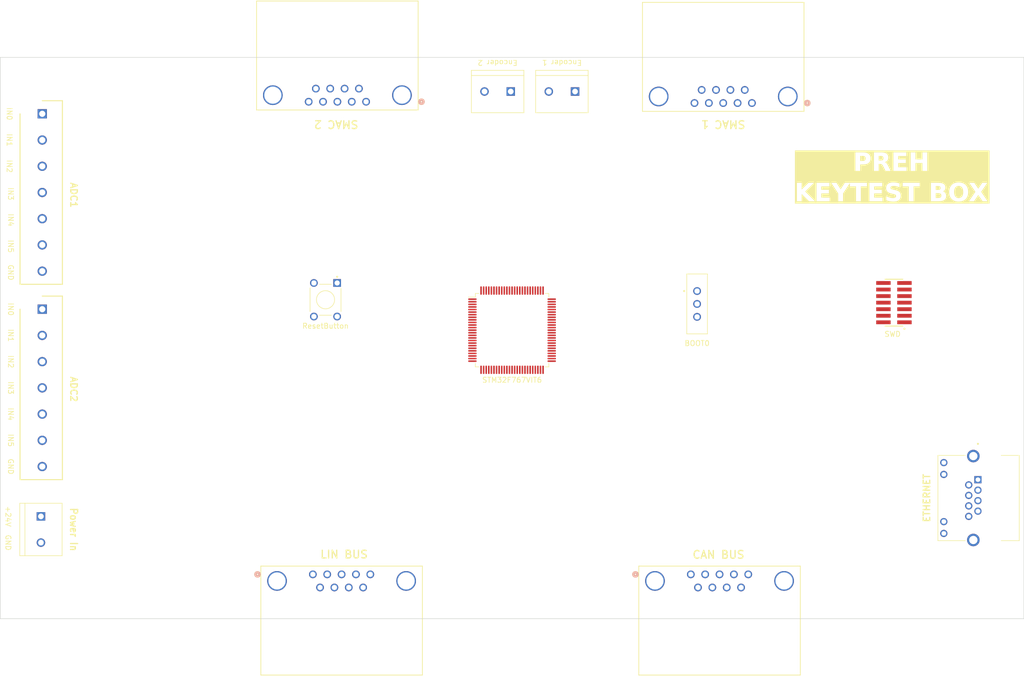
<source format=kicad_pcb>
(kicad_pcb (version 20221018) (generator pcbnew)
  (layers (0 "F.Cu" signal) (31 "B.Cu" signal) (34 "B.Paste" user) (35 "F.Paste" user) (36 "B.SilkS" user "B.Silkscreen") (37 "F.SilkS" user "F.Silkscreen") (38 "B.Mask" user) (39 "F.Mask" user) (44 "Edge.Cuts" user))
  (net 0 "")
  (net 1 "ADC2_SCK")
  (net 3 "ADC2_CS")
  (net 4 "ADC2_MISO")
  (net 5 "ADC2_MOSI")
  (net 6 "SD1_out")
  (net 10 "GND")
  (net 11 "HSE_IN")
  (net 12 "HSE_OUT")
  (net 13 "NRST")
  (net 15 "ETH_MDC")
  (net 18 "+3.3VA")
  (net 20 "ETH_REF_CLK")
  (net 21 "ETH_MDIO")
  (net 26 "ETH_CRS_DV")
  (net 27 "ETH_RXD0")
  (net 28 "ETH_RXD1")
  (net 40 "ETH_TX_EN")
  (net 41 "Net-(U1-VCAP_1)")
  (net 42 "ETH_TXD0")
  (net 43 "ETH_TXD1")
  (net 46 "JTDO_SWO")
  (net 49 "ENC2_CH1")
  (net 50 "ENC2_CH2")
  (net 53 "ENC1_CH1")
  (net 54 "ENC1_CH2")
  (net 58 "LIN_TX")
  (net 59 "LIN_RX")
  (net 60 "Net-(U1-VCAP_2)")
  (net 61 "ADC1_CS")
  (net 62 "ADC1_SCK")
  (net 63 "ADC1_MISO")
  (net 64 "ADC1_MOSI")
  (net 65 "SMAC1_RX")
  (net 66 "SMAC1_TX")
  (net 73 "SMAC2_RX")
  (net 74 "SMAC2_TX")
  (net 76 "BOOT0")
  (net 81 "Net-(U2-LED1{slash}REGOFF)")
  (net 82 "Net-(U2-LED2{slash}~{INTSEL})")
  (net 84 "LIN_BUS")
  (net 91 "Net-(J4-TX+)")
  (net 92 "Net-(J4-TX-)")
  (net 93 "Net-(J4-RX+)")
  (net 94 "Net-(J4-RX-)")
  (net 95 "ADC1_IN0")
  (net 96 "ADC1_IN1")
  (net 97 "ADC1_IN2")
  (net 98 "ADC1_IN3")
  (net 99 "ADC1_IN4")
  (net 100 "ADC1_IN5")
  (net 101 "ADC2_IN0")
  (net 102 "ADC2_IN1")
  (net 103 "ADC2_IN2")
  (net 104 "ADC2_IN3")
  (net 105 "ADC2_IN4")
  (net 106 "ADC2_IN5")
  (net 107 "+24V")
  (net 108 "CAN_L")
  (net 109 "CAN_H")
  (net 125 "Net-(J4-NC-Pad4)")
  (net 126 "Net-(J4-NC-Pad7)")
  (net 127 "GNDPWR")
  (net 128 "Net-(J4-Pad11)")
  (net 129 "Net-(J4-Pad9)")
  (net 130 "Net-(SW1-B)")
  (net 131 "VCP_RX")
  (net 132 "VCP_TX")
  (net 133 "JTMS_SWDIO")
  (net 134 "JTCK_SWCLK")
  (net 139 "RS232_RX1")
  (net 140 "RS232_TX1")
  (net 141 "RS232_RX2")
  (net 142 "RS232_TX2")
  (net 143 "CAN_RX")
  (net 144 "CAN_TX")
  (footprint "Conn_DB9:CONN9X1_2286550-1_TEC" (layer "F.Cu") (at 195.272599 50.2378 180)
    (fp_text reference "J5" hide)
    (fp_text value "DB9" hide)
    (fp_text user "SMAC 1" (at 5.558198 -4.1182 180 unlocked) (layer "F.SilkS") (effects (font (size 1.5 1.5) (thickness 0.254) bold)))
    (fp_circle (center -10.708701 0) (end -10.327701 0) (stroke (width 0.508)) (fill none) (layer "B.SilkS"))
    (fp_line (start -10.073701 -1.607) (end -10.073701 19.5004) (stroke (width 0.1524)) (layer "F.SilkS"))
    (fp_line (start -10.073701 19.5004) (end 21.193699 19.5004) (stroke (width 0.1524)) (layer "F.SilkS"))
    (fp_line (start 21.193699 -1.607) (end -10.073701 -1.607) (stroke (width 0.1524)) (layer "F.SilkS"))
    (fp_line (start 21.193699 19.5004) (end 21.193699 -1.607) (stroke (width 0.1524)) (layer "F.SilkS"))
    (fp_circle (center -10.708701 0) (end -10.327701 0) (stroke (width 0.508)) (fill none) (layer "F.SilkS"))
    (pad "1" thru_hole circle (at 0 0 180) (size 1.4986 1.4986) (drill 0.9906) (layers "*.Cu" "*.Mask"))
    (pad "2" thru_hole circle (at 1.39 2.54 180) (size 1.4986 1.4986) (drill 0.9906) (layers "*.Cu" "*.Mask") (net 139 "RS232_RX1"))
    (pad "3" thru_hole circle (at 2.779999 0 180) (size 1.4986 1.4986) (drill 0.9906) (layers "*.Cu" "*.Mask") (net 140 "RS232_TX1"))
    (pad "4" thru_hole circle (at 4.169999 2.54 180) (size 1.4986 1.4986) (drill 0.9906) (layers "*.Cu" "*.Mask"))
    (pad "5" thru_hole circle (at 5.559999 0 180) (size 1.4986 1.4986) (drill 0.9906) (layers "*.Cu" "*.Mask") (net 10 "GND"))
    (pad "6" thru_hole circle (at 6.949999 2.54 180) (size 1.4986 1.4986) (drill 0.9906) (layers "*.Cu" "*.Mask"))
    (pad "7" thru_hole circle (at 8.339999 0 180) (size 1.4986 1.4986) (drill 0.9906) (layers "*.Cu" "*.Mask"))
    (pad "8" thru_hole circle (at 9.729998 2.54 180) (size 1.4986 1.4986) (drill 0.9906) (layers "*.Cu" "*.Mask"))
    (pad "9" thru_hole circle (at 11.119998 0 180) (size 1.4986 1.4986) (drill 0.9906) (layers "*.Cu" "*.Mask"))
    (pad "10" thru_hole circle (at -6.935 1.27 180) (size 3.81 3.81) (drill 3.302) (layers "*.Cu" "*.Mask"))
    (pad "11" thru_hole circle (at 18.054998 1.27 180) (size 3.81 3.81) (drill 3.302) (layers "*.Cu" "*.Mask"))
  )
  (footprint "Conn_DB9:CONN9X1_2286550-1_TEC" (layer "F.Cu") (at 120.596599 49.9838 180)
    (fp_text reference "J6" hide)
    (fp_text value "DB9" hide)
    (fp_text user "SMAC 2" (at 5.788599 -4.3722 180 unlocked) (layer "F.SilkS") (effects (font (size 1.5 1.5) (thickness 0.254) bold)))
    (fp_circle (center -10.708701 0) (end -10.327701 0) (stroke (width 0.508)) (fill none) (layer "B.SilkS"))
    (fp_line (start -10.073701 -1.607) (end -10.073701 19.5004) (stroke (width 0.1524)) (layer "F.SilkS"))
    (fp_line (start -10.073701 19.5004) (end 21.193699 19.5004) (stroke (width 0.1524)) (layer "F.SilkS"))
    (fp_line (start 21.193699 -1.607) (end -10.073701 -1.607) (stroke (width 0.1524)) (layer "F.SilkS"))
    (fp_line (start 21.193699 19.5004) (end 21.193699 -1.607) (stroke (width 0.1524)) (layer "F.SilkS"))
    (fp_circle (center -10.708701 0) (end -10.327701 0) (stroke (width 0.508)) (fill none) (layer "F.SilkS"))
    (pad "1" thru_hole circle (at 0 0 180) (size 1.4986 1.4986) (drill 0.9906) (layers "*.Cu" "*.Mask"))
    (pad "2" thru_hole circle (at 1.39 2.54 180) (size 1.4986 1.4986) (drill 0.9906) (layers "*.Cu" "*.Mask") (net 141 "RS232_RX2"))
    (pad "3" thru_hole circle (at 2.779999 0 180) (size 1.4986 1.4986) (drill 0.9906) (layers "*.Cu" "*.Mask") (net 142 "RS232_TX2"))
    (pad "4" thru_hole circle (at 4.169999 2.54 180) (size 1.4986 1.4986) (drill 0.9906) (layers "*.Cu" "*.Mask"))
    (pad "5" thru_hole circle (at 5.559999 0 180) (size 1.4986 1.4986) (drill 0.9906) (layers "*.Cu" "*.Mask") (net 10 "GND"))
    (pad "6" thru_hole circle (at 6.949999 2.54 180) (size 1.4986 1.4986) (drill 0.9906) (layers "*.Cu" "*.Mask"))
    (pad "7" thru_hole circle (at 8.339999 0 180) (size 1.4986 1.4986) (drill 0.9906) (layers "*.Cu" "*.Mask"))
    (pad "8" thru_hole circle (at 9.729998 2.54 180) (size 1.4986 1.4986) (drill 0.9906) (layers "*.Cu" "*.Mask"))
    (pad "9" thru_hole circle (at 11.119998 0 180) (size 1.4986 1.4986) (drill 0.9906) (layers "*.Cu" "*.Mask"))
    (pad "10" thru_hole circle (at -6.935 1.27 180) (size 3.81 3.81) (drill 3.302) (layers "*.Cu" "*.Mask"))
    (pad "11" thru_hole circle (at 18.054998 1.27 180) (size 3.81 3.81) (drill 3.302) (layers "*.Cu" "*.Mask"))
  )
  (footprint "Conn_DB9:CONN9X1_2286550-1_TEC" (layer "F.Cu") (at 110.289401 141.5322)
    (fp_text reference "J7" hide)
    (fp_text value "DB9" hide)
    (fp_text user "LIN BUS" (at 6.042599 -3.8642 unlocked) (layer "F.SilkS") (effects (font (size 1.5 1.5) (thickness 0.254) bold)))
    (fp_circle (center -10.708701 0) (end -10.327701 0) (stroke (width 0.508)) (fill none) (layer "B.SilkS"))
    (fp_line (start -10.073701 -1.607) (end -10.073701 19.5004) (stroke (width 0.1524)) (layer "F.SilkS"))
    (fp_line (start -10.073701 19.5004) (end 21.193699 19.5004) (stroke (width 0.1524)) (layer "F.SilkS"))
    (fp_line (start 21.193699 -1.607) (end -10.073701 -1.607) (stroke (width 0.1524)) (layer "F.SilkS"))
    (fp_line (start 21.193699 19.5004) (end 21.193699 -1.607) (stroke (width 0.1524)) (layer "F.SilkS"))
    (fp_circle (center -10.708701 0) (end -10.327701 0) (stroke (width 0.508)) (fill none) (layer "F.SilkS"))
    (pad "1" thru_hole circle (at 0 0) (size 1.4986 1.4986) (drill 0.9906) (layers "*.Cu" "*.Mask"))
    (pad "2" thru_hole circle (at 1.39 2.54) (size 1.4986 1.4986) (drill 0.9906) (layers "*.Cu" "*.Mask") (net 108 "CAN_L"))
    (pad "3" thru_hole circle (at 2.779999 0) (size 1.4986 1.4986) (drill 0.9906) (layers "*.Cu" "*.Mask") (net 10 "GND"))
    (pad "4" thru_hole circle (at 4.169999 2.54) (size 1.4986 1.4986) (drill 0.9906) (layers "*.Cu" "*.Mask"))
    (pad "5" thru_hole circle (at 5.559999 0) (size 1.4986 1.4986) (drill 0.9906) (layers "*.Cu" "*.Mask"))
    (pad "6" thru_hole circle (at 6.949999 2.54) (size 1.4986 1.4986) (drill 0.9906) (layers "*.Cu" "*.Mask") (net 10 "GND"))
    (pad "7" thru_hole circle (at 8.339999 0) (size 1.4986 1.4986) (drill 0.9906) (layers "*.Cu" "*.Mask") (net 109 "CAN_H"))
    (pad "8" thru_hole circle (at 9.729998 2.54) (size 1.4986 1.4986) (drill 0.9906) (layers "*.Cu" "*.Mask"))
    (pad "9" thru_hole circle (at 11.119998 0) (size 1.4986 1.4986) (drill 0.9906) (layers "*.Cu" "*.Mask"))
    (pad "10" thru_hole circle (at -6.935 1.27) (size 3.81 3.81) (drill 3.302) (layers "*.Cu" "*.Mask"))
    (pad "11" thru_hole circle (at 18.054998 1.27) (size 3.81 3.81) (drill 3.302) (layers "*.Cu" "*.Mask"))
  )
  (footprint "7PIN_SCREW_CONN:SHDR7W100P0X508_1X7_3556X820X1000P" (layer "F.Cu") (at 57.912 52.324 -90)
    (fp_text reference "J3" hide)
    (fp_text value "SCREW_TERM_1x7" hide)
    (fp_text user "IN1" (at 5.08 6.35 -90 unlocked) (layer "F.SilkS"))
    (fp_text user "IN5" (at 25.654 6.096 -90 unlocked) (layer "F.SilkS"))
    (fp_text user "GND" (at 30.734 6.096 -90 unlocked) (layer "F.SilkS"))
    (fp_text user "IN2" (at 10.16 6.35 -90 unlocked) (layer "F.SilkS"))
    (fp_text user "IN0" (at 0 6.35 -90 unlocked) (layer "F.SilkS"))
    (fp_text user "ADC1" (at 15.748 -6.096 -90 unlocked) (layer "F.SilkS") (effects (font (size 1.27 1.27) (thickness 0.254) bold)))
    (fp_text user "IN4" (at 20.574 6.096 -90 unlocked) (layer "F.SilkS"))
    (fp_text user "IN3" (at 15.494 6.096 -90 unlocked) (layer "F.SilkS"))
    (fp_line (start -2.54 -3.9) (end -2.54 0) (stroke (width 0.2)) (layer "F.SilkS"))
    (fp_line (start 0 4.3) (end 33.02 4.3) (stroke (width 0.2)) (layer "F.SilkS"))
    (fp_line (start 33.02 -3.9) (end -2.54 -3.9) (stroke (width 0.2)) (layer "F.SilkS"))
    (fp_line (start 33.02 4.3) (end 33.02 -3.9) (stroke (width 0.2)) (layer "F.SilkS"))
    (pad "1" thru_hole rect (at 0 0 270) (size 1.8 1.8) (drill 1.2) (layers "*.Cu" "*.Mask") (net 95 "ADC1_IN0"))
    (pad "2" thru_hole circle (at 5.08 0 270) (size 1.8 1.8) (drill 1.2) (layers "*.Cu" "*.Mask") (net 96 "ADC1_IN1"))
    (pad "3" thru_hole circle (at 10.16 0 270) (size 1.8 1.8) (drill 1.2) (layers "*.Cu" "*.Mask") (net 97 "ADC1_IN2"))
    (pad "4" thru_hole circle (at 15.24 0 270) (size 1.8 1.8) (drill 1.2) (layers "*.Cu" "*.Mask") (net 98 "ADC1_IN3"))
    (pad "5" thru_hole circle (at 20.32 0 270) (size 1.8 1.8) (drill 1.2) (layers "*.Cu" "*.Mask") (net 99 "ADC1_IN4"))
    (pad "6" thru_hole circle (at 25.4 0 270) (size 1.8 1.8) (drill 1.2) (layers "*.Cu" "*.Mask") (net 100 "ADC1_IN5"))
    (pad "7" thru_hole circle (at 30.48 0 270) (size 1.8 1.8) (drill 1.2) (layers "*.Cu" "*.Mask") (net 10 "GND"))
  )
  (footprint "Conn_DB9:CONN9X1_2286550-1_TEC" (layer "F.Cu") (at 183.441401 141.5322)
    (fp_text reference "J8" hide)
    (fp_text value "DB9" hide)
    (fp_text user "CAN BUS" (at 5.354998 -3.81 unlocked) (layer "F.SilkS") (effects (font (size 1.5 1.5) (thickness 0.254) bold)))
    (fp_circle (center -10.708701 0) (end -10.327701 0) (stroke (width 0.508)) (fill none) (layer "B.SilkS"))
    (fp_line (start -10.073701 -1.607) (end -10.073701 19.5004) (stroke (width 0.1524)) (layer "F.SilkS"))
    (fp_line (start -10.073701 19.5004) (end 21.193699 19.5004) (stroke (width 0.1524)) (layer "F.SilkS"))
    (fp_line (start 21.193699 -1.607) (end -10.073701 -1.607) (stroke (width 0.1524)) (layer "F.SilkS"))
    (fp_line (start 21.193699 19.5004) (end 21.193699 -1.607) (stroke (width 0.1524)) (layer "F.SilkS"))
    (fp_circle (center -10.708701 0) (end -10.327701 0) (stroke (width 0.508)) (fill none) (layer "F.SilkS"))
    (pad "1" thru_hole circle (at 0 0) (size 1.4986 1.4986) (drill 0.9906) (layers "*.Cu" "*.Mask"))
    (pad "2" thru_hole circle (at 1.39 2.54) (size 1.4986 1.4986) (drill 0.9906) (layers "*.Cu" "*.Mask"))
    (pad "3" thru_hole circle (at 2.779999 0) (size 1.4986 1.4986) (drill 0.9906) (layers "*.Cu" "*.Mask"))
    (pad "4" thru_hole circle (at 4.169999 2.54) (size 1.4986 1.4986) (drill 0.9906) (layers "*.Cu" "*.Mask") (net 84 "LIN_BUS"))
    (pad "5" thru_hole circle (at 5.559999 0) (size 1.4986 1.4986) (drill 0.9906) (layers "*.Cu" "*.Mask") (net 10 "GND"))
    (pad "6" thru_hole circle (at 6.949999 2.54) (size 1.4986 1.4986) (drill 0.9906) (layers "*.Cu" "*.Mask") (net 10 "GND"))
    (pad "7" thru_hole circle (at 8.339999 0) (size 1.4986 1.4986) (drill 0.9906) (layers "*.Cu" "*.Mask"))
    (pad "8" thru_hole circle (at 9.729998 2.54) (size 1.4986 1.4986) (drill 0.9906) (layers "*.Cu" "*.Mask"))
    (pad "9" thru_hole circle (at 11.119998 0) (size 1.4986 1.4986) (drill 0.9906) (layers "*.Cu" "*.Mask") (net 107 "+24V"))
    (pad "10" thru_hole circle (at -6.935 1.27) (size 3.81 3.81) (drill 3.302) (layers "*.Cu" "*.Mask"))
    (pad "11" thru_hole circle (at 18.054998 1.27) (size 3.81 3.81) (drill 3.302) (layers "*.Cu" "*.Mask"))
  )
  (footprint "7PIN_SCREW_CONN:SHDR7W100P0X508_1X7_3556X820X1000P" (layer "F.Cu") (at 57.912 90.17 -90)
    (fp_text reference "J9" hide)
    (fp_text value "Screw_Terminal_01x07" hide)
    (fp_text user "GND" (at 30.48 6.096 -90 unlocked) (layer "F.SilkS"))
    (fp_text user "IN0" (at 0 6.096 -90 unlocked) (layer "F.SilkS"))
    (fp_text user "IN2" (at 10.16 6.096 -90 unlocked) (layer "F.SilkS"))
    (fp_text user "ADC2" (at 15.494 -6.096 -90 unlocked) (layer "F.SilkS") (effects (font (size 1.27 1.27) (thickness 0.254) bold)))
    (fp_text user "IN5" (at 25.4 6.096 -90 unlocked) (layer "F.SilkS"))
    (fp_text user "IN4" (at 20.32 6.096 -90 unlocked) (layer "F.SilkS"))
    (fp_text user "IN1" (at 5.08 6.096 -90 unlocked) (layer "F.SilkS"))
    (fp_text user "IN3" (at 15.24 6.096 -90 unlocked) (layer "F.SilkS"))
    (fp_line (start -2.54 -3.9) (end -2.54 0) (stroke (width 0.2)) (layer "F.SilkS"))
    (fp_line (start 0 4.3) (end 33.02 4.3) (stroke (width 0.2)) (layer "F.SilkS"))
    (fp_line (start 33.02 -3.9) (end -2.54 -3.9) (stroke (width 0.2)) (layer "F.SilkS"))
    (fp_line (start 33.02 4.3) (end 33.02 -3.9) (stroke (width 0.2)) (layer "F.SilkS"))
    (pad "1" thru_hole rect (at 0 0 270) (size 1.8 1.8) (drill 1.2) (layers "*.Cu" "*.Mask") (net 101 "ADC2_IN0"))
    (pad "2" thru_hole circle (at 5.08 0 270) (size 1.8 1.8) (drill 1.2) (layers "*.Cu" "*.Mask") (net 102 "ADC2_IN1"))
    (pad "3" thru_hole circle (at 10.16 0 270) (size 1.8 1.8) (drill 1.2) (layers "*.Cu" "*.Mask") (net 103 "ADC2_IN2"))
    (pad "4" thru_hole circle (at 15.24 0 270) (size 1.8 1.8) (drill 1.2) (layers "*.Cu" "*.Mask") (net 104 "ADC2_IN3"))
    (pad "5" thru_hole circle (at 20.32 0 270) (size 1.8 1.8) (drill 1.2) (layers "*.Cu" "*.Mask") (net 105 "ADC2_IN4"))
    (pad "6" thru_hole circle (at 25.4 0 270) (size 1.8 1.8) (drill 1.2) (layers "*.Cu" "*.Mask") (net 106 "ADC2_IN5"))
    (pad "7" thru_hole circle (at 30.48 0 270) (size 1.8 1.8) (drill 1.2) (layers "*.Cu" "*.Mask") (net 10 "GND"))
  )
  (footprint "Reset_BTN:SW_1825910-6-4" (layer "F.Cu") (at 112.74 88.34 -90)
    (fp_text reference "SW2" hide)
    (fp_text value "ResetButton" (at 5.08 0 unlocked) (layer "F.SilkS"))
    (fp_line (start -2.995 -1.15) (end -2.995 1.15) (stroke (width 0.127)) (layer "F.SilkS"))
    (fp_line (start -2.2 -2.995) (end 2.3 -2.995) (stroke (width 0.127)) (layer "F.SilkS"))
    (fp_line (start 2.3 2.995) (end -2.3 2.995) (stroke (width 0.127)) (layer "F.SilkS"))
    (fp_line (start 3 -1.15) (end 3 1.15) (stroke (width 0.127)) (layer "F.SilkS"))
    (fp_circle (center -4.445 -2.25) (end -4.345 -2.25) (stroke (width 0.2)) (fill none) (layer "F.SilkS"))
    (fp_circle (center 0 0) (end 1.755 0) (stroke (width 0.127)) (fill none) (layer "F.SilkS"))
    (pad "1" thru_hole rect (at -3.25 -2.25 270) (size 1.498 1.498) (drill 0.99) (layers "*.Cu" "*.Mask") (net 13 "NRST"))
    (pad "2" thru_hole circle (at 3.25 -2.25 270) (size 1.498 1.498) (drill 0.99) (layers "*.Cu" "*.Mask") (net 13 "NRST"))
    (pad "3" thru_hole circle (at -3.25 2.25 270) (size 1.498 1.498) (drill 0.99) (layers "*.Cu" "*.Mask") (net 10 "GND"))
    (pad "4" thru_hole circle (at 3.25 2.25 270) (size 1.498 1.498) (drill 0.99) (layers "*.Cu" "*.Mask") (net 10 "GND"))
  )
  (footprint "BOOT_SWITCH:SW_EG1218" (layer "F.Cu") (at 184.658 89.154 -90)
    (fp_text reference "SW1" hide)
    (fp_text value "SW_SPDT" hide)
    (fp_text user "BOOT0" (at 7.62 0 unlocked) (layer "F.SilkS"))
    (fp_line (start -5.8 -2) (end 5.8 -2) (stroke (width 0.127)) (layer "F.SilkS"))
    (fp_line (start -5.8 2) (end -5.8 -2) (stroke (width 0.127)) (layer "F.SilkS"))
    (fp_line (start 5.8 -2) (end 5.8 2) (stroke (width 0.127)) (layer "F.SilkS"))
    (fp_line (start 5.8 2) (end -5.8 2) (stroke (width 0.127)) (layer "F.SilkS"))
    (fp_circle (center -2.5 2.5) (end -2.4 2.5) (stroke (width 0.2)) (fill none) (layer "F.SilkS"))
    (pad "1" thru_hole circle (at -2.5 0 270) (size 1.508 1.508) (drill 1) (layers "*.Cu" "*.Mask") (net 6 "SD1_out"))
    (pad "2" thru_hole circle (at 0 0 270) (size 1.508 1.508) (drill 1) (layers "*.Cu" "*.Mask") (net 130 "Net-(SW1-B)"))
    (pad "3" thru_hole circle (at 2.5 0 270) (size 1.508 1.508) (drill 1) (layers "*.Cu" "*.Mask") (net 10 "GND"))
  )
  (footprint "ETH_RJ45_RJHSE-5384:AMPHENOL_RJHSE-5384" (layer "F.Cu") (at 241.554 126.746 90)
    (fp_text reference "J4" hide)
    (fp_text value "RJHSE-5384" hide)
    (fp_text user "ETHERNET" (at 0 -12.446 90 unlocked) (layer "F.SilkS") (effects (font (size 1.27 1.27) (thickness 0.254) bold)))
    (fp_line (start -8.255 -10.29) (end 8.255 -10.29) (stroke (width 0.127)) (layer "F.SilkS"))
    (fp_line (start -8.255 -4.9682) (end -8.255 -10.29) (stroke (width 0.127)) (layer "F.SilkS"))
    (fp_line (start -8.255 1.97) (end -8.255 5.46) (stroke (width 0.127)) (layer "F.SilkS"))
    (fp_line (start -8.255 5.46) (end 8.255 5.46) (stroke (width 0.127)) (layer "F.SilkS"))
    (fp_line (start 8.255 -10.29) (end 8.255 -4.9682) (stroke (width 0.127)) (layer "F.SilkS"))
    (fp_line (start 8.255 5.46) (end 8.255 1.97) (stroke (width 0.127)) (layer "F.SilkS"))
    (fp_circle (center 10.5 -2.54) (end 10.6 -2.54) (stroke (width 0.2)) (fill none) (layer "F.SilkS"))
    (pad "" np_thru_hole circle (at -6.35 0 90) (size 3.25 3.25) (drill 3.25) (layers "*.Cu" "*.Mask"))
    (pad "" np_thru_hole circle (at 6.35 0 90) (size 3.25 3.25) (drill 3.25) (layers "*.Cu" "*.Mask"))
    (pad "1" thru_hole rect (at 3.556 -2.54 90) (size 1.398 1.398) (drill 0.89) (layers "*.Cu" "*.Mask") (net 91 "Net-(J4-TX+)"))
    (pad "2" thru_hole circle (at 2.54 -4.318 90) (size 1.398 1.398) (drill 0.89) (layers "*.Cu" "*.Mask") (net 92 "Net-(J4-TX-)"))
    (pad "3" thru_hole circle (at 1.524 -2.54 90) (size 1.398 1.398) (drill 0.89) (layers "*.Cu" "*.Mask") (net 93 "Net-(J4-RX+)"))
    (pad "4" thru_hole circle (at 0.508 -4.318 90) (size 1.398 1.398) (drill 0.89) (layers "*.Cu" "*.Mask") (net 125 "Net-(J4-NC-Pad4)"))
    (pad "5" thru_hole circle (at -0.508 -2.54 90) (size 1.398 1.398) (drill 0.89) (layers "*.Cu" "*.Mask") (net 125 "Net-(J4-NC-Pad4)"))
    (pad "6" thru_hole circle (at -1.524 -4.318 90) (size 1.398 1.398) (drill 0.89) (layers "*.Cu" "*.Mask") (net 94 "Net-(J4-RX-)"))
    (pad "7" thru_hole circle (at -2.54 -2.54 90) (size 1.398 1.398) (drill 0.89) (layers "*.Cu" "*.Mask") (net 126 "Net-(J4-NC-Pad7)"))
    (pad "8" thru_hole circle (at -3.556 -4.318 90) (size 1.398 1.398) (drill 0.89) (layers "*.Cu" "*.Mask") (net 126 "Net-(J4-NC-Pad7)"))
    (pad "9" thru_hole circle (at 6.858 -9.144 90) (size 1.398 1.398) (drill 0.89) (layers "*.Cu" "*.Mask") (net 129 "Net-(J4-Pad9)"))
    (pad "10" thru_hole circle (at 4.572 -9.144 90) (size 1.398 1.398) (drill 0.89) (layers "*.Cu" "*.Mask") (net 81 "Net-(U2-LED1{slash}REGOFF)"))
    (pad "11" thru_hole circle (at -4.572 -9.144 90) (size 1.398 1.398) (drill 0.89) (layers "*.Cu" "*.Mask") (net 128 "Net-(J4-Pad11)"))
    (pad "12" thru_hole circle (at -6.858 -9.144 90) (size 1.398 1.398) (drill 0.89) (layers "*.Cu" "*.Mask") (net 82 "Net-(U2-LED2{slash}~{INTSEL})"))
    (pad "S1" thru_hole circle (at -8.128 -3.429 90) (size 2.43 2.43) (drill 1.62) (layers "*.Cu" "*.Mask") (net 127 "GNDPWR"))
    (pad "S2" thru_hole circle (at 8.128 -3.429 90) (size 2.43 2.43) (drill 1.62) (layers "*.Cu" "*.Mask") (net 127 "GNDPWR"))
  )
  (footprint "Package_QFP:LQFP-100_14x14mm_P0.5mm" (layer "F.Cu") (at 148.844 94.234)
    (fp_text reference "U1" hide)
    (fp_text value "STM32F767VIT6" (at 0 9.652) (layer "F.SilkS"))
    (fp_line (start -7.11 -7.11) (end -7.11 -6.41) (stroke (width 0.12)) (layer "F.SilkS"))
    (fp_line (start -7.11 -6.41) (end -8.475 -6.41) (stroke (width 0.12)) (layer "F.SilkS"))
    (fp_line (start -7.11 7.11) (end -7.11 6.41) (stroke (width 0.12)) (layer "F.SilkS"))
    (fp_line (start -6.41 -7.11) (end -7.11 -7.11) (stroke (width 0.12)) (layer "F.SilkS"))
    (fp_line (start -6.41 7.11) (end -7.11 7.11) (stroke (width 0.12)) (layer "F.SilkS"))
    (fp_line (start 6.41 -7.11) (end 7.11 -7.11) (stroke (width 0.12)) (layer "F.SilkS"))
    (fp_line (start 6.41 7.11) (end 7.11 7.11) (stroke (width 0.12)) (layer "F.SilkS"))
    (fp_line (start 7.11 -7.11) (end 7.11 -6.41) (stroke (width 0.12)) (layer "F.SilkS"))
    (fp_line (start 7.11 7.11) (end 7.11 6.41) (stroke (width 0.12)) (layer "F.SilkS"))
    (pad "1" smd roundrect (at -7.675 -6) (size 1.6 0.3) (layers "F.Cu" "F.Paste" "F.Mask") (net 1 "ADC2_SCK"))
    (pad "2" smd roundrect (at -7.675 -5.5) (size 1.6 0.3) (layers "F.Cu" "F.Paste" "F.Mask"))
    (pad "3" smd roundrect (at -7.675 -5) (size 1.6 0.3) (layers "F.Cu" "F.Paste" "F.Mask") (net 3 "ADC2_CS"))
    (pad "4" smd roundrect (at -7.675 -4.5) (size 1.6 0.3) (layers "F.Cu" "F.Paste" "F.Mask") (net 4 "ADC2_MISO"))
    (pad "5" smd roundrect (at -7.675 -4) (size 1.6 0.3) (layers "F.Cu" "F.Paste" "F.Mask") (net 5 "ADC2_MOSI"))
    (pad "6" smd roundrect (at -7.675 -3.5) (size 1.6 0.3) (layers "F.Cu" "F.Paste" "F.Mask") (net 6 "SD1_out"))
    (pad "7" smd roundrect (at -7.675 -3) (size 1.6 0.3) (layers "F.Cu" "F.Paste" "F.Mask"))
    (pad "8" smd roundrect (at -7.675 -2.5) (size 1.6 0.3) (layers "F.Cu" "F.Paste" "F.Mask"))
    (pad "9" smd roundrect (at -7.675 -2) (size 1.6 0.3) (layers "F.Cu" "F.Paste" "F.Mask"))
    (pad "10" smd roundrect (at -7.675 -1.5) (size 1.6 0.3) (layers "F.Cu" "F.Paste" "F.Mask") (net 10 "GND"))
    (pad "11" smd roundrect (at -7.675 -1) (size 1.6 0.3) (layers "F.Cu" "F.Paste" "F.Mask") (net 6 "SD1_out"))
    (pad "12" smd roundrect (at -7.675 -0.5) (size 1.6 0.3) (layers "F.Cu" "F.Paste" "F.Mask") (net 11 "HSE_IN"))
    (pad "13" smd roundrect (at -7.675 0) (size 1.6 0.3) (layers "F.Cu" "F.Paste" "F.Mask") (net 12 "HSE_OUT"))
    (pad "14" smd roundrect (at -7.675 0.5) (size 1.6 0.3) (layers "F.Cu" "F.Paste" "F.Mask") (net 13 "NRST"))
    (pad "15" smd roundrect (at -7.675 1) (size 1.6 0.3) (layers "F.Cu" "F.Paste" "F.Mask"))
    (pad "16" smd roundrect (at -7.675 1.5) (size 1.6 0.3) (layers "F.Cu" "F.Paste" "F.Mask") (net 15 "ETH_MDC"))
    (pad "17" smd roundrect (at -7.675 2) (size 1.6 0.3) (layers "F.Cu" "F.Paste" "F.Mask"))
    (pad "18" smd roundrect (at -7.675 2.5) (size 1.6 0.3) (layers "F.Cu" "F.Paste" "F.Mask"))
    (pad "19" smd roundrect (at -7.675 3) (size 1.6 0.3) (layers "F.Cu" "F.Paste" "F.Mask") (net 10 "GND"))
    (pad "20" smd roundrect (at -7.675 3.5) (size 1.6 0.3) (layers "F.Cu" "F.Paste" "F.Mask") (net 6 "SD1_out"))
    (pad "21" smd roundrect (at -7.675 4) (size 1.6 0.3) (layers "F.Cu" "F.Paste" "F.Mask") (net 18 "+3.3VA"))
    (pad "22" smd roundrect (at -7.675 4.5) (size 1.6 0.3) (layers "F.Cu" "F.Paste" "F.Mask"))
    (pad "23" smd roundrect (at -7.675 5) (size 1.6 0.3) (layers "F.Cu" "F.Paste" "F.Mask") (net 20 "ETH_REF_CLK"))
    (pad "24" smd roundrect (at -7.675 5.5) (size 1.6 0.3) (layers "F.Cu" "F.Paste" "F.Mask") (net 21 "ETH_MDIO"))
    (pad "25" smd roundrect (at -7.675 6) (size 1.6 0.3) (layers "F.Cu" "F.Paste" "F.Mask"))
    (pad "26" smd roundrect (at -6 7.675) (size 0.3 1.6) (layers "F.Cu" "F.Paste" "F.Mask") (net 10 "GND"))
    (pad "27" smd roundrect (at -5.5 7.675) (size 0.3 1.6) (layers "F.Cu" "F.Paste" "F.Mask") (net 6 "SD1_out"))
    (pad "28" smd roundrect (at -5 7.675) (size 0.3 1.6) (layers "F.Cu" "F.Paste" "F.Mask"))
    (pad "29" smd roundrect (at -4.5 7.675) (size 0.3 1.6) (layers "F.Cu" "F.Paste" "F.Mask"))
    (pad "30" smd roundrect (at -4 7.675) (size 0.3 1.6) (layers "F.Cu" "F.Paste" "F.Mask"))
    (pad "31" smd roundrect (at -3.5 7.675) (size 0.3 1.6) (layers "F.Cu" "F.Paste" "F.Mask") (net 26 "ETH_CRS_DV"))
    (pad "32" smd roundrect (at -3 7.675) (size 0.3 1.6) (layers "F.Cu" "F.Paste" "F.Mask") (net 27 "ETH_RXD0"))
    (pad "33" smd roundrect (at -2.5 7.675) (size 0.3 1.6) (layers "F.Cu" "F.Paste" "F.Mask") (net 28 "ETH_RXD1"))
    (pad "34" smd roundrect (at -2 7.675) (size 0.3 1.6) (layers "F.Cu" "F.Paste" "F.Mask"))
    (pad "35" smd roundrect (at -1.5 7.675) (size 0.3 1.6) (layers "F.Cu" "F.Paste" "F.Mask"))
    (pad "36" smd roundrect (at -1 7.675) (size 0.3 1.6) (layers "F.Cu" "F.Paste" "F.Mask"))
    (pad "37" smd roundrect (at -0.5 7.675) (size 0.3 1.6) (layers "F.Cu" "F.Paste" "F.Mask"))
    (pad "38" smd roundrect (at 0 7.675) (size 0.3 1.6) (layers "F.Cu" "F.Paste" "F.Mask"))
    (pad "39" smd roundrect (at 0.5 7.675) (size 0.3 1.6) (layers "F.Cu" "F.Paste" "F.Mask"))
    (pad "40" smd roundrect (at 1 7.675) (size 0.3 1.6) (layers "F.Cu" "F.Paste" "F.Mask"))
    (pad "41" smd roundrect (at 1.5 7.675) (size 0.3 1.6) (layers "F.Cu" "F.Paste" "F.Mask"))
    (pad "42" smd roundrect (at 2 7.675) (size 0.3 1.6) (layers "F.Cu" "F.Paste" "F.Mask"))
    (pad "43" smd roundrect (at 2.5 7.675) (size 0.3 1.6) (layers "F.Cu" "F.Paste" "F.Mask"))
    (pad "44" smd roundrect (at 3 7.675) (size 0.3 1.6) (layers "F.Cu" "F.Paste" "F.Mask"))
    (pad "45" smd roundrect (at 3.5 7.675) (size 0.3 1.6) (layers "F.Cu" "F.Paste" "F.Mask"))
    (pad "46" smd roundrect (at 4 7.675) (size 0.3 1.6) (layers "F.Cu" "F.Paste" "F.Mask"))
    (pad "47" smd roundrect (at 4.5 7.675) (size 0.3 1.6) (layers "F.Cu" "F.Paste" "F.Mask") (net 40 "ETH_TX_EN"))
    (pad "48" smd roundrect (at 5 7.675) (size 0.3 1.6) (layers "F.Cu" "F.Paste" "F.Mask") (net 41 "Net-(U1-VCAP_1)"))
    (pad "49" smd roundrect (at 5.5 7.675) (size 0.3 1.6) (layers "F.Cu" "F.Paste" "F.Mask") (net 10 "GND"))
    (pad "50" smd roundrect (at 6 7.675) (size 0.3 1.6) (layers "F.Cu" "F.Paste" "F.Mask") (net 6 "SD1_out"))
    (pad "51" smd roundrect (at 7.675 6) (size 1.6 0.3) (layers "F.Cu" "F.Paste" "F.Mask") (net 42 "ETH_TXD0"))
    (pad "52" smd roundrect (at 7.675 5.5) (size 1.6 0.3) (layers "F.Cu" "F.Paste" "F.Mask") (net 43 "ETH_TXD1"))
    (pad "53" smd roundrect (at 7.675 5) (size 1.6 0.3) (layers "F.Cu" "F.Paste" "F.Mask"))
    (pad "54" smd roundrect (at 7.675 4.5) (size 1.6 0.3) (layers "F.Cu" "F.Paste" "F.Mask"))
    (pad "55" smd roundrect (at 7.675 4) (size 1.6 0.3) (layers "F.Cu" "F.Paste" "F.Mask") (net 58 "LIN_TX"))
    (pad "56" smd roundrect (at 7.675 3.5) (size 1.6 0.3) (layers "F.Cu" "F.Paste" "F.Mask") (net 59 "LIN_RX"))
    (pad "57" smd roundrect (at 7.675 3) (size 1.6 0.3) (layers "F.Cu" "F.Paste" "F.Mask"))
    (pad "58" smd roundrect (at 7.675 2.5) (size 1.6 0.3) (layers "F.Cu" "F.Paste" "F.Mask"))
    (pad "59" smd roundrect (at 7.675 2) (size 1.6 0.3) (layers "F.Cu" "F.Paste" "F.Mask") (net 49 "ENC2_CH1"))
    (pad "60" smd roundrect (at 7.675 1.5) (size 1.6 0.3) (layers "F.Cu" "F.Paste" "F.Mask") (net 50 "ENC2_CH2"))
    (pad "61" smd roundrect (at 7.675 1) (size 1.6 0.3) (layers "F.Cu" "F.Paste" "F.Mask"))
    (pad "62" smd roundrect (at 7.675 0.5) (size 1.6 0.3) (layers "F.Cu" "F.Paste" "F.Mask"))
    (pad "63" smd roundrect (at 7.675 0) (size 1.6 0.3) (layers "F.Cu" "F.Paste" "F.Mask") (net 53 "ENC1_CH1"))
    (pad "64" smd roundrect (at 7.675 -0.5) (size 1.6 0.3) (layers "F.Cu" "F.Paste" "F.Mask") (net 54 "ENC1_CH2"))
    (pad "65" smd roundrect (at 7.675 -1) (size 1.6 0.3) (layers "F.Cu" "F.Paste" "F.Mask"))
    (pad "66" smd roundrect (at 7.675 -1.5) (size 1.6 0.3) (layers "F.Cu" "F.Paste" "F.Mask"))
    (pad "67" smd roundrect (at 7.675 -2) (size 1.6 0.3) (layers "F.Cu" "F.Paste" "F.Mask"))
    (pad "68" smd roundrect (at 7.675 -2.5) (size 1.6 0.3) (layers "F.Cu" "F.Paste" "F.Mask") (net 132 "VCP_TX"))
    (pad "69" smd roundrect (at 7.675 -3) (size 1.6 0.3) (layers "F.Cu" "F.Paste" "F.Mask") (net 131 "VCP_RX"))
    (pad "70" smd roundrect (at 7.675 -3.5) (size 1.6 0.3) (layers "F.Cu" "F.Paste" "F.Mask"))
    (pad "71" smd roundrect (at 7.675 -4) (size 1.6 0.3) (layers "F.Cu" "F.Paste" "F.Mask"))
    (pad "72" smd roundrect (at 7.675 -4.5) (size 1.6 0.3) (layers "F.Cu" "F.Paste" "F.Mask") (net 133 "JTMS_SWDIO"))
    (pad "73" smd roundrect (at 7.675 -5) (size 1.6 0.3) (layers "F.Cu" "F.Paste" "F.Mask") (net 60 "Net-(U1-VCAP_2)"))
    (pad "74" smd roundrect (at 7.675 -5.5) (size 1.6 0.3) (layers "F.Cu" "F.Paste" "F.Mask") (net 10 "GND"))
    (pad "75" smd roundrect (at 7.675 -6) (size 1.6 0.3) (layers "F.Cu" "F.Paste" "F.Mask") (net 6 "SD1_out"))
    (pad "76" smd roundrect (at 6 -7.675) (size 0.3 1.6) (layers "F.Cu" "F.Paste" "F.Mask") (net 134 "JTCK_SWCLK"))
    (pad "77" smd roundrect (at 5.5 -7.675) (size 0.3 1.6) (layers "F.Cu" "F.Paste" "F.Mask"))
    (pad "78" smd roundrect (at 5 -7.675) (size 0.3 1.6) (layers "F.Cu" "F.Paste" "F.Mask") (net 62 "ADC1_SCK"))
    (pad "79" smd roundrect (at 4.5 -7.675) (size 0.3 1.6) (layers "F.Cu" "F.Paste" "F.Mask") (net 63 "ADC1_MISO"))
    (pad "80" smd roundrect (at 4 -7.675) (size 0.3 1.6) (layers "F.Cu" "F.Paste" "F.Mask") (net 64 "ADC1_MOSI"))
    (pad "81" smd roundrect (at 3.5 -7.675) (size 0.3 1.6) (layers "F.Cu" "F.Paste" "F.Mask") (net 65 "SMAC1_RX"))
    (pad "82" smd roundrect (at 3 -7.675) (size 0.3 1.6) (layers "F.Cu" "F.Paste" "F.Mask") (net 66 "SMAC1_TX"))
    (pad "83" smd roundrect (at 2.5 -7.675) (size 0.3 1.6) (layers "F.Cu" "F.Paste" "F.Mask"))
    (pad "84" smd roundrect (at 2 -7.675) (size 0.3 1.6) (layers "F.Cu" "F.Paste" "F.Mask"))
    (pad "85" smd roundrect (at 1.5 -7.675) (size 0.3 1.6) (layers "F.Cu" "F.Paste" "F.Mask") (net 61 "ADC1_CS"))
    (pad "86" smd roundrect (at 1 -7.675) (size 0.3 1.6) (layers "F.Cu" "F.Paste" "F.Mask"))
    (pad "87" smd roundrect (at 0.5 -7.675) (size 0.3 1.6) (layers "F.Cu" "F.Paste" "F.Mask"))
    (pad "88" smd roundrect (at 0 -7.675) (size 0.3 1.6) (layers "F.Cu" "F.Paste" "F.Mask"))
    (pad "89" smd roundrect (at -0.5 -7.675) (size 0.3 1.6) (layers "F.Cu" "F.Paste" "F.Mask") (net 46 "JTDO_SWO"))
    (pad "90" smd roundrect (at -1 -7.675) (size 0.3 1.6) (layers "F.Cu" "F.Paste" "F.Mask"))
    (pad "91" smd roundrect (at -1.5 -7.675) (size 0.3 1.6) (layers "F.Cu" "F.Paste" "F.Mask") (net 73 "SMAC2_RX"))
    (pad "92" smd roundrect (at -2 -7.675) (size 0.3 1.6) (layers "F.Cu" "F.Paste" "F.Mask") (net 74 "SMAC2_TX"))
    (pad "93" smd roundrect (at -2.5 -7.675) (size 0.3 1.6) (layers "F.Cu" "F.Paste" "F.Mask"))
    (pad "94" smd roundrect (at -3 -7.675) (size 0.3 1.6) (layers "F.Cu" "F.Paste" "F.Mask") (net 76 "BOOT0"))
    (pad "95" smd roundrect (at -3.5 -7.675) (size 0.3 1.6) (layers "F.Cu" "F.Paste" "F.Mask") (net 143 "CAN_RX"))
    (pad "96" smd roundrect (at -4 -7.675) (size 0.3 1.6) (layers "F.Cu" "F.Paste" "F.Mask") (net 144 "CAN_TX"))
    (pad "97" smd roundrect (at -4.5 -7.675) (size 0.3 1.6) (layers "F.Cu" "F.Paste" "F.Mask"))
    (pad "98" smd roundrect (at -5 -7.675) (size 0.3 1.6) (layers "F.Cu" "F.Paste" "F.Mask"))
    (pad "99" smd roundrect (at -5.5 -7.675) (size 0.3 1.6) (layers "F.Cu" "F.Paste" "F.Mask") (net 10 "GND"))
    (pad "100" smd roundrect (at -6 -7.675) (size 0.3 1.6) (layers "F.Cu" "F.Paste" "F.Mask") (net 6 "SD1_out"))
  )
  (footprint "2PIN_SCREW_CONN:TE_282837-2" (layer "F.Cu") (at 57.658 132.842 -90)
    (fp_text reference "J2" hide)
    (fp_text value "Screw_Terminal_01x02" hide)
    (fp_text user "GND" (at 2.54 6.35 -90 unlocked) (layer "F.SilkS"))
    (fp_text user "+24V" (at -2.54 6.35 -90 unlocked) (layer "F.SilkS"))
    (fp_text user "Power In" (at 0 -6.35 -90 unlocked) (layer "F.SilkS") (effects (font (size 1.37 1.27) (thickness 0.254) bold)))
    (fp_line (start -5.08 -4.1) (end 5.08 -4.1) (stroke (width 0.127)) (layer "F.SilkS"))
    (fp_line (start -5.08 3.1) (end -5.08 -4.1) (stroke (width 0.127)) (layer "F.SilkS"))
    (fp_line (start -5.08 3.1) (end 5.08 3.1) (stroke (width 0.127)) (layer "F.SilkS"))
    (fp_line (start -5.08 4.1) (end -5.08 3.1) (stroke (width 0.127)) (layer "F.SilkS"))
    (fp_line (start 5.08 -4.1) (end 5.08 3.1) (stroke (width 0.127)) (layer "F.SilkS"))
    (fp_line (start 5.08 3.1) (end 5.08 4.1) (stroke (width 0.127)) (layer "F.SilkS"))
    (fp_line (start 5.08 4.1) (end -5.08 4.1) (stroke (width 0.127)) (layer "F.SilkS"))
    (pad "1" thru_hole rect (at -2.54 0 270) (size 1.65 1.65) (drill 1.1) (layers "*.Cu" "*.Mask") (net 107 "+24V"))
    (pad "2" thru_hole circle (at 2.54 0 270) (size 1.65 1.65) (drill 1.1) (layers "*.Cu" "*.Mask") (net 10 "GND"))
  )
  (footprint "2PIN_SCREW_CONN:TE_282837-2" (layer "F.Cu") (at 158.496 48.006 180)
    (fp_text reference "J11" hide)
    (fp_text value "Screw_Terminal_01x02" hide)
    (fp_text user "Encoder 1" (at 0 5.588 180 unlocked) (layer "F.SilkS"))
    (fp_line (start -5.08 -4.1) (end 5.08 -4.1) (stroke (width 0.127)) (layer "F.SilkS"))
    (fp_line (start -5.08 3.1) (end -5.08 -4.1) (stroke (width 0.127)) (layer "F.SilkS"))
    (fp_line (start -5.08 3.1) (end 5.08 3.1) (stroke (width 0.127)) (layer "F.SilkS"))
    (fp_line (start -5.08 4.1) (end -5.08 3.1) (stroke (width 0.127)) (layer "F.SilkS"))
    (fp_line (start 5.08 -4.1) (end 5.08 3.1) (stroke (width 0.127)) (layer "F.SilkS"))
    (fp_line (start 5.08 3.1) (end 5.08 4.1) (stroke (width 0.127)) (layer "F.SilkS"))
    (fp_line (start 5.08 4.1) (end -5.08 4.1) (stroke (width 0.127)) (layer "F.SilkS"))
    (pad "1" thru_hole rect (at -2.54 0 180) (size 1.65 1.65) (drill 1.1) (layers "*.Cu" "*.Mask") (net 53 "ENC1_CH1"))
    (pad "2" thru_hole circle (at 2.54 0 180) (size 1.65 1.65) (drill 1.1) (layers "*.Cu" "*.Mask") (net 54 "ENC1_CH2"))
  )
  (footprint "2PIN_SCREW_CONN:TE_282837-2" (layer "F.Cu") (at 146.05 48.006 180)
    (fp_text reference "J12" hide)
    (fp_text value "Screw_Terminal_01x02" hide)
    (fp_text user "Encoder 2" (at 0 5.588 180 unlocked) (layer "F.SilkS"))
    (fp_line (start -5.08 -4.1) (end 5.08 -4.1) (stroke (width 0.127)) (layer "F.SilkS"))
    (fp_line (start -5.08 3.1) (end -5.08 -4.1) (stroke (width 0.127)) (layer "F.SilkS"))
    (fp_line (start -5.08 3.1) (end 5.08 3.1) (stroke (width 0.127)) (layer "F.SilkS"))
    (fp_line (start -5.08 4.1) (end -5.08 3.1) (stroke (width 0.127)) (layer "F.SilkS"))
    (fp_line (start 5.08 -4.1) (end 5.08 3.1) (stroke (width 0.127)) (layer "F.SilkS"))
    (fp_line (start 5.08 3.1) (end 5.08 4.1) (stroke (width 0.127)) (layer "F.SilkS"))
    (fp_line (start 5.08 4.1) (end -5.08 4.1) (stroke (width 0.127)) (layer "F.SilkS"))
    (pad "1" thru_hole rect (at -2.54 0 180) (size 1.65 1.65) (drill 1.1) (layers "*.Cu" "*.Mask") (net 49 "ENC2_CH1"))
    (pad "2" thru_hole circle (at 2.54 0 180) (size 1.65 1.65) (drill 1.1) (layers "*.Cu" "*.Mask") (net 50 "ENC2_CH2"))
  )
  (footprint "SWD_CONN:SAMTEC_FTSH-107-01-L-DV-K-A" (layer "F.Cu") (at 222.755 88.9 90)
    (fp_text reference "J1" hide)
    (fp_text value "Conn_02x07_Odd_Even" hide)
    (fp_text user "SWD" (at -6.096 -0.254 unlocked) (layer "F.SilkS"))
    (fp_line (start -4.53 -1.715) (end -4.53 1.715) (stroke (width 0.2)) (layer "F.SilkS"))
    (fp_line (start 4.53 1.715) (end 4.53 -1.715) (stroke (width 0.2)) (layer "F.SilkS"))
    (fp_circle (center -5.06 2.035) (end -4.96 2.035) (stroke (width 0.2)) (fill none) (layer "F.SilkS"))
    (pad "" np_thru_hole circle (at -3.175 0 90) (size 1.02 1.02) (drill 1.02) (layers "*.Cu" "*.Mask"))
    (pad "" np_thru_hole circle (at 3.175 0 90) (size 1.02 1.02) (drill 1.02) (layers "*.Cu" "*.Mask"))
    (pad "01" smd rect (at -3.81 2.035 90) (size 0.74 2.79) (layers "F.Cu" "F.Paste" "F.Mask"))
    (pad "02" smd rect (at -3.81 -2.035 90) (size 0.74 2.79) (layers "F.Cu" "F.Paste" "F.Mask"))
    (pad "03" smd rect (at -2.54 2.035 90) (size 0.74 2.79) (layers "F.Cu" "F.Paste" "F.Mask"))
    (pad "04" smd rect (at -2.54 -2.035 90) (size 0.74 2.79) (layers "F.Cu" "F.Paste" "F.Mask"))
    (pad "05" smd rect (at -1.27 2.035 90) (size 0.74 2.79) (layers "F.Cu" "F.Paste" "F.Mask"))
    (pad "06" smd rect (at -1.27 -2.035 90) (size 0.74 2.79) (layers "F.Cu" "F.Paste" "F.Mask"))
    (pad "07" smd rect (at 0 2.035 90) (size 0.74 2.79) (layers "F.Cu" "F.Paste" "F.Mask"))
    (pad "08" smd rect (at 0 -2.035 90) (size 0.74 2.79) (layers "F.Cu" "F.Paste" "F.Mask"))
    (pad "09" smd rect (at 1.27 2.035 90) (size 0.74 2.79) (layers "F.Cu" "F.Paste" "F.Mask"))
    (pad "10" smd rect (at 1.27 -2.035 90) (size 0.74 2.79) (layers "F.Cu" "F.Paste" "F.Mask"))
    (pad "11" smd rect (at 2.54 2.035 90) (size 0.74 2.79) (layers "F.Cu" "F.Paste" "F.Mask") (net 10 "GND"))
    (pad "12" smd rect (at 2.54 -2.035 90) (size 0.74 2.79) (layers "F.Cu" "F.Paste" "F.Mask") (net 13 "NRST"))
    (pad "13" smd rect (at 3.81 2.035 90) (size 0.74 2.79) (layers "F.Cu" "F.Paste" "F.Mask") (net 131 "VCP_RX"))
    (pad "14" smd rect (at 3.81 -2.035 90) (size 0.74 2.79) (layers "F.Cu" "F.Paste" "F.Mask") (net 132 "VCP_TX"))
  )
  (gr_line (start 49.784 41.402) (end 247.904 41.402) (stroke (width 0.1)) (layer "Edge.Cuts"))
  (gr_line (start 247.904 41.402) (end 247.904 150.114) (stroke (width 0.1)) (layer "Edge.Cuts"))
  (gr_line (start 49.784 150.114) (end 49.784 41.402) (stroke (width 0.1)) (layer "Edge.Cuts"))
  (gr_line (start 247.904 150.114) (end 49.784 150.114) (stroke (width 0.1)) (layer "Edge.Cuts"))
  (gr_text "PREH\nKEYTEST BOX" (at 222.25 69.85) (layer "F.SilkS" knockout) (effects (font (size 3.5 3.5) (thickness 0.75) bold italic) (justify bottom)))
)
</source>
